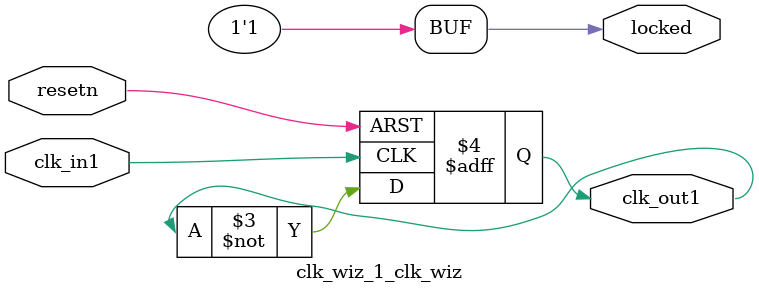
<source format=sv>

`timescale 1ps/1ps

module clk_wiz_1_clk_wiz 

        (// Clock in ports
        // Clock out ports
        output logic  clk_out1,
        // Status and control signals
        input  logic  resetn,
        output logic  locked,
        input  logic  clk_in1
        );

    assign locked = 1'b1;

    always @ (posedge clk_in1 or negedge resetn) begin
        if (~resetn) begin
            clk_out1 <= 1'b0;
        end
        else begin
            clk_out1 <= ~clk_out1;
        end
    end
    
endmodule
</source>
